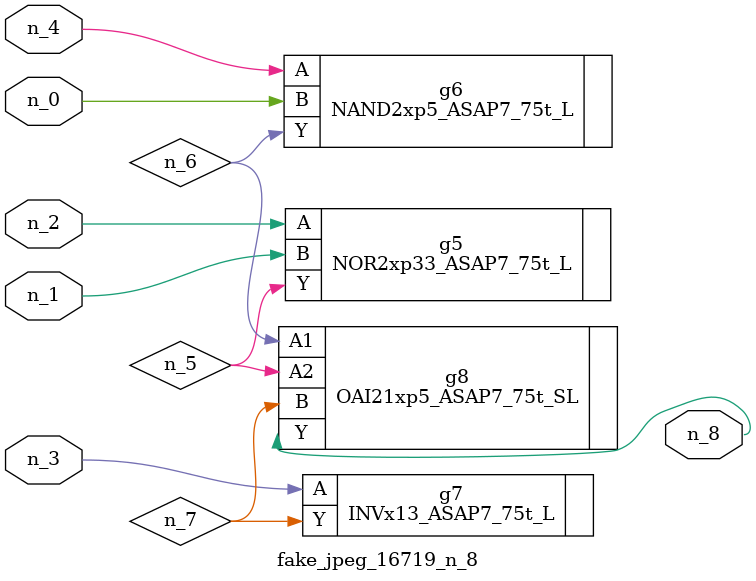
<source format=v>
module fake_jpeg_16719_n_8 (n_3, n_2, n_1, n_0, n_4, n_8);

input n_3;
input n_2;
input n_1;
input n_0;
input n_4;

output n_8;

wire n_6;
wire n_5;
wire n_7;

NOR2xp33_ASAP7_75t_L g5 ( 
.A(n_2),
.B(n_1),
.Y(n_5)
);

NAND2xp5_ASAP7_75t_L g6 ( 
.A(n_4),
.B(n_0),
.Y(n_6)
);

INVx13_ASAP7_75t_L g7 ( 
.A(n_3),
.Y(n_7)
);

OAI21xp5_ASAP7_75t_SL g8 ( 
.A1(n_6),
.A2(n_5),
.B(n_7),
.Y(n_8)
);


endmodule
</source>
